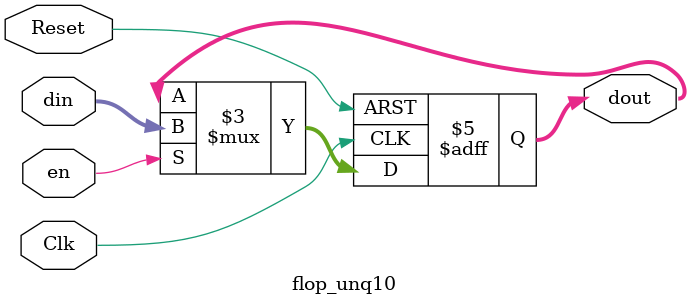
<source format=sv>

/* *****************************************************************************
 * File: flop.vp
 * 
 * Description:
 * Genesis2 flip-flop generator.
 * 
 * Required Genesis2 Controlable Parameters:
 * * Type		- Constant, Flop, RFlop, EFlop, or REFlop
 * * Width		- integer value specifying register width
 * * Default		- default value for the flop 
 *			 (only applies when flop_type=constant|rflop|reflop)
 * * SyncMode		- Sync or ASync flop * Change bar:
 * 
 * 
 * -----------
 * Date          Author   Description
 * Mar 30, 2010  shacham  init version  --  
 * May 20, 2014  jingpu   Add Async mode, change to active low reset
 * 
 * ****************************************************************************/


/*******************************************************************************
 * REQUIRED PARAMETERIZATION
 ******************************************************************************/
// Type (_GENESIS2_INHERITANCE_PRIORITY_) = REFlop
//
// Default (_GENESIS2_DECLARATION_PRIORITY_) = 0
//
// Width (_GENESIS2_INHERITANCE_PRIORITY_) = 8
//
// SyncMode (_GENESIS2_DECLARATION_PRIORITY_) = ASync
//

module flop_unq10(
	       //inputs
	       input wire logic 		   Clk,
	       input wire logic [7:0]  din,
	       input wire logic 		   Reset,
	       input wire logic 		   en,

	       //outputs
	       output logic [7:0] dout
	       );


   /* synopsys dc_tcl_script_begin
    set_dont_retime [current_design] true
    set_optimize_registers false -design [current_design]
    */
   


   
   always_ff @(posedge Clk or negedge Reset) begin
      if (!Reset) 
	dout <= 8'h0;
      else if (en)
	dout <= din;
   end

endmodule : flop_unq10

</source>
